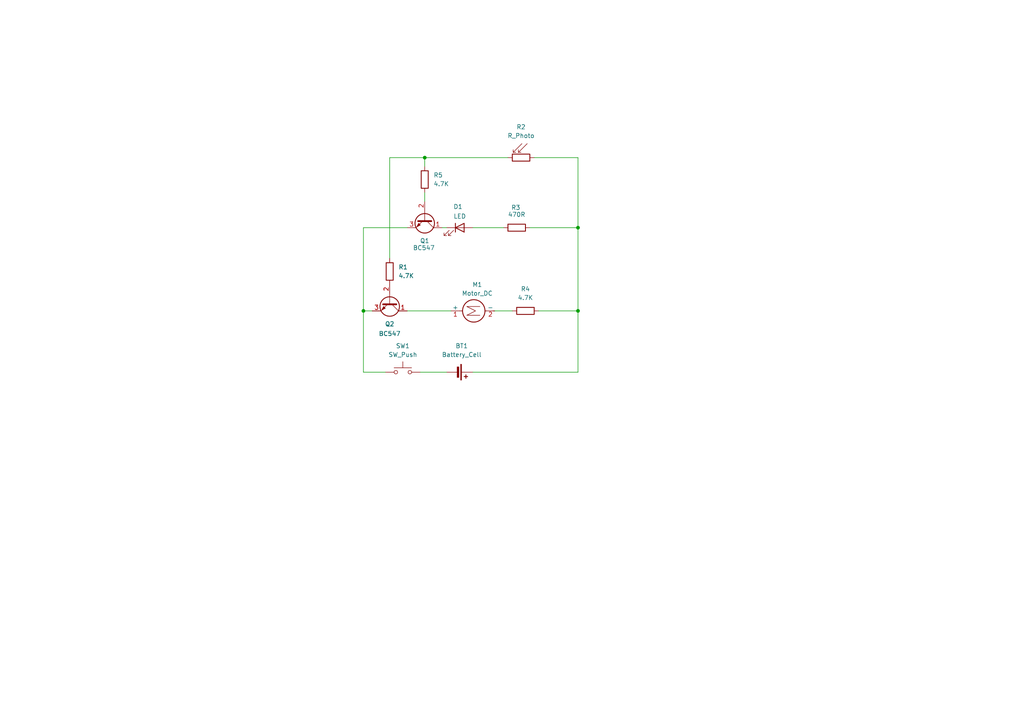
<source format=kicad_sch>
(kicad_sch (version 20250114) (generator "eeschema") (generator_version "9.0")
  (paper "A4")
  (lib_symbols
    (symbol "Device:Battery_Cell" (pin_numbers (hide yes)) (pin_names (offset 0) (hide yes))
      (property "Reference" "BT" (at 2.54 2.54 0))
      (property "Value" "Battery_Cell" (at 2.54 0 0))
      (symbol "Battery_Cell_0_1"
        (rectangle (start -2.286 1.778) (end 2.286 1.524) (fill (type outline)))
        (rectangle (start -1.524 1.016) (end 1.524 0.508) (fill (type outline)))
        (polyline (pts (xy 0 1.778) (xy 0 2.54)))
        (polyline (pts (xy 0 0.762) (xy 0 0)))
        (polyline (pts (xy 0.762 3.048) (xy 1.778 3.048)) (stroke (width 0.254)))
        (polyline (pts (xy 1.27 3.556) (xy 1.27 2.54)) (stroke (width 0.254)))
      )
      (symbol "Battery_Cell_1_1"
        (pin passive line (at 0 5.08 270) (length 2.54) (name "+") (number "1"))
        (pin passive line (at 0 -2.54 90) (length 2.54) (name "-") (number "2"))
      )
    )
    (symbol "Device:LED" (pin_numbers (hide yes)) (pin_names (offset 1.016) (hide yes))
      (property "Reference" "D" (at 0 2.54 0))
      (property "Value" "LED" (at 0 -2.54 0))
      (symbol "LED_0_1"
        (polyline (pts (xy -3.048 -0.762) (xy -4.572 -2.286) (xy -3.81 -2.286) (xy -4.572 -2.286) (xy -4.572 -1.524)))
        (polyline (pts (xy -1.778 -0.762) (xy -3.302 -2.286) (xy -2.54 -2.286) (xy -3.302 -2.286) (xy -3.302 -1.524)))
        (polyline (pts (xy -1.27 0) (xy 1.27 0)))
        (polyline (pts (xy -1.27 -1.27) (xy -1.27 1.27)) (stroke (width 0.254)))
        (polyline (pts (xy 1.27 -1.27) (xy 1.27 1.27) (xy -1.27 0) (xy 1.27 -1.27)) (stroke (width 0.254)))
      )
      (symbol "LED_1_1"
        (pin passive line (at -3.81 0 0) (length 2.54) (name "K") (number "1"))
        (pin passive line (at 3.81 0 180) (length 2.54) (name "A") (number "2"))
      )
    )
    (symbol "Device:R" (pin_numbers (hide yes)) (pin_names (offset 0))
      (property "Reference" "R" (at 2.032 0 90))
      (property "Value" "R" (at 0 0 90))
      (symbol "R_0_1"
        (rectangle (start -1.016 -2.54) (end 1.016 2.54) (stroke (width 0.254)))
      )
      (symbol "R_1_1"
        (pin passive line (at 0 3.81 270) (length 1.27) (name "~") (number "1"))
        (pin passive line (at 0 -3.81 90) (length 1.27) (name "~") (number "2"))
      )
    )
    (symbol "Device:R_Photo" (pin_numbers (hide yes)) (pin_names (offset 0))
      (property "Reference" "R" (at 1.27 1.27 0))
      (property "Value" "R_Photo" (at 1.27 0 0))
      (symbol "R_Photo_0_1"
        (polyline (pts (xy -1.524 -0.762) (xy -4.064 1.778)))
        (polyline (pts (xy -1.524 -0.762) (xy -2.286 -0.762)))
        (polyline (pts (xy -1.524 -0.762) (xy -1.524 0)))
        (polyline (pts (xy -1.524 -2.286) (xy -4.064 0.254)))
        (polyline (pts (xy -1.524 -2.286) (xy -2.286 -2.286)))
        (polyline (pts (xy -1.524 -2.286) (xy -1.524 -1.524)))
        (rectangle (start -1.016 2.54) (end 1.016 -2.54) (stroke (width 0.254)))
      )
      (symbol "R_Photo_1_1"
        (pin passive line (at 0 3.81 270) (length 1.27) (name "~") (number "1"))
        (pin passive line (at 0 -3.81 90) (length 1.27) (name "~") (number "2"))
      )
    )
    (symbol "Motor:Motor_DC" (pin_names (offset 0))
      (property "Reference" "M" (at 2.54 2.54 0))
      (property "Value" "Motor_DC" (at 2.54 -5.08 0))
      (symbol "Motor_DC_0_0"
        (polyline (pts (xy -1.27 -3.302) (xy -1.27 0.508) (xy 0 -2.032) (xy 1.27 0.508) (xy 1.27 -3.302)))
      )
      (symbol "Motor_DC_0_1"
        (polyline (pts (xy 0 2.032) (xy 0 2.54)))
        (polyline (pts (xy 0 1.7272) (xy 0 2.0828)))
        (circle (center 0 -1.524) (radius 3.2512) (stroke (width 0.254)))
        (polyline (pts (xy 0 -4.7752) (xy 0 -5.1816)))
        (polyline (pts (xy 0 -7.62) (xy 0 -7.112)))
      )
      (symbol "Motor_DC_1_1"
        (pin passive line (at 0 5.08 270) (length 2.54) (name "+") (number "1"))
        (pin passive line (at 0 -7.62 90) (length 2.54) (name "-") (number "2"))
      )
    )
    (symbol "Switch:SW_Push" (pin_numbers (hide yes)) (pin_names (offset 1.016) (hide yes))
      (property "Reference" "SW" (at 1.27 2.54 0))
      (property "Value" "SW_Push" (at 0 -1.524 0))
      (symbol "SW_Push_0_1"
        (circle (center -2.032 0) (radius 0.508))
        (polyline (pts (xy 0 1.27) (xy 0 3.048)))
        (circle (center 2.032 0) (radius 0.508))
        (polyline (pts (xy 2.54 1.27) (xy -2.54 1.27)))
        (pin passive line (at -5.08 0 0) (length 2.54) (name "1") (number "1"))
        (pin passive line (at 5.08 0 180) (length 2.54) (name "2") (number "2"))
      )
    )
    (symbol "Transistor_BJT:BC547" (pin_names (offset 0) (hide yes))
      (property "Reference" "Q" (at 5.08 1.905 0))
      (property "Value" "BC547" (at 5.08 0 0))
      (symbol "BC547_0_1"
        (polyline (pts (xy -2.54 0) (xy 0.635 0)))
        (polyline (pts (xy 0.635 1.905) (xy 0.635 -1.905)) (stroke (width 0.508)))
        (circle (center 1.27 0) (radius 2.8194) (stroke (width 0.254)))
      )
      (symbol "BC547_1_1"
        (polyline (pts (xy 0.635 0.635) (xy 2.54 2.54)))
        (polyline (pts (xy 0.635 -0.635) (xy 2.54 -2.54)))
        (polyline (pts (xy 1.27 -1.778) (xy 1.778 -1.27) (xy 2.286 -2.286) (xy 1.27 -1.778)) (fill (type outline)))
        (pin input line (at -5.08 0 0) (length 2.54) (name "B") (number "2"))
        (pin passive line (at 2.54 5.08 270) (length 2.54) (name "C") (number "1"))
        (pin passive line (at 2.54 -5.08 90) (length 2.54) (name "E") (number "3"))
      )
    )
  )
  (junction (at 167.64 66.04))
  (junction (at 105.41 90.17))
  (junction (at 167.64 90.17))
  (junction (at 123.19 45.72))
  (wire (pts (xy 154.94 45.72) (xy 167.64 45.72)))
  (wire (pts (xy 123.19 45.72) (xy 123.19 48.26)))
  (wire (pts (xy 167.64 45.72) (xy 167.64 66.04)))
  (wire (pts (xy 137.16 66.04) (xy 146.05 66.04)))
  (wire (pts (xy 113.03 74.93) (xy 113.03 45.72)))
  (wire (pts (xy 113.03 45.72) (xy 123.19 45.72)))
  (wire (pts (xy 123.19 45.72) (xy 147.32 45.72)))
  (wire (pts (xy 105.41 90.17) (xy 105.41 107.95)))
  (wire (pts (xy 153.67 66.04) (xy 167.64 66.04)))
  (wire (pts (xy 156.21 90.17) (xy 167.64 90.17)))
  (wire (pts (xy 123.19 55.88) (xy 123.19 58.42)))
  (wire (pts (xy 105.41 90.17) (xy 107.95 90.17)))
  (wire (pts (xy 167.64 66.04) (xy 167.64 90.17)))
  (wire (pts (xy 105.41 66.04) (xy 118.11 66.04)))
  (wire (pts (xy 137.16 107.95) (xy 167.64 107.95)))
  (wire (pts (xy 111.76 107.95) (xy 105.41 107.95)))
  (wire (pts (xy 167.64 90.17) (xy 167.64 107.95)))
  (wire (pts (xy 143.51 90.17) (xy 148.59 90.17)))
  (wire (pts (xy 105.41 66.04) (xy 105.41 90.17)))
  (wire (pts (xy 129.54 66.04) (xy 128.27 66.04)))
  (wire (pts (xy 121.92 107.95) (xy 129.54 107.95)))
  (wire (pts (xy 118.11 90.17) (xy 130.81 90.17)))
  (symbol (lib_id "Transistor_BJT:BC547") (at 123.19 63.5 270) (unit 1)
    (property "Reference" "Q1" (at 123.19 69.85 90))
    (property "Value" "BC547" (at 122.936 71.882 90))
    (property "Footprint" "Package_TO_SOT_THT:TO-92_Inline" (effects (hide yes)))
    (property "Datasheet" "https://www.onsemi.com/pub/Collateral/BC550-D.pdf" (effects (hide yes)))
    (property "Description" "0.1A Ic, 45V Vce, Small Signal NPN Transistor, TO-92" (effects (hide yes)))
  )
  (symbol (lib_id "Device:R") (at 152.4 90.17 90) (unit 1)
    (property "Reference" "R4" (at 152.4 83.82 90))
    (property "Value" "4.7K" (at 152.4 86.36 90))
    (property "Footprint" "Resistor_THT:R_Axial_DIN0207_L6.3mm_D2.5mm_P7.62mm_Horizontal" (effects (hide yes)))
    (property "Description" "Resistor" (effects (hide yes)))
  )
  (symbol (lib_id "Device:Battery_Cell") (at 132.08 107.95 270) (unit 1)
    (property "Reference" "BT1" (at 133.9215 100.33 90))
    (property "Value" "Battery_Cell" (at 133.9215 102.87 90))
    (property "Footprint" "Battery:BatteryHolder_Keystone_3034_1x20mm" (effects (hide yes)))
    (property "Description" "Single-cell battery" (effects (hide yes)))
  )
  (symbol (lib_id "Device:R") (at 123.19 52.07 0) (unit 1)
    (property "Reference" "R5" (at 125.73 50.7999 0) (effects (justify left)))
    (property "Value" "4.7K" (at 125.73 53.3399 0) (effects (justify left)))
    (property "Footprint" "Resistor_THT:R_Axial_DIN0207_L6.3mm_D2.5mm_P7.62mm_Horizontal" (effects (hide yes)))
    (property "Description" "Resistor" (effects (hide yes)))
  )
  (symbol (lib_id "Switch:SW_Push") (at 116.84 107.95 0) (unit 1)
    (property "Reference" "SW1" (at 116.84 100.33 0))
    (property "Value" "SW_Push" (at 116.84 102.87 0))
    (property "Footprint" "Button_Switch_THT:SW_PUSH_6mm" (effects (hide yes)))
    (property "Description" "Push button switch, generic, two pins" (effects (hide yes)))
  )
  (symbol (lib_id "Device:R") (at 113.03 78.74 0) (unit 1)
    (property "Reference" "R1" (at 115.57 77.4699 0) (effects (justify left)))
    (property "Value" "4.7K" (at 115.57 80.0099 0) (effects (justify left)))
    (property "Footprint" "Resistor_THT:R_Axial_DIN0207_L6.3mm_D2.5mm_P7.62mm_Horizontal" (effects (hide yes)))
    (property "Description" "Resistor" (effects (hide yes)))
  )
  (symbol (lib_id "Device:R") (at 149.86 66.04 90) (unit 1)
    (property "Reference" "R3" (at 149.606 60.198 90))
    (property "Value" "470R" (at 149.86 62.23 90))
    (property "Footprint" "Resistor_THT:R_Axial_DIN0207_L6.3mm_D2.5mm_P7.62mm_Horizontal" (effects (hide yes)))
    (property "Description" "Resistor" (effects (hide yes)))
  )
  (symbol (lib_id "Transistor_BJT:BC547") (at 113.03 87.63 270) (unit 1)
    (property "Reference" "Q2" (at 113.03 93.98 90))
    (property "Value" "BC547" (at 113.03 96.774 90))
    (property "Footprint" "Package_TO_SOT_THT:TO-92_Inline" (effects (hide yes)))
    (property "Datasheet" "https://www.onsemi.com/pub/Collateral/BC550-D.pdf" (effects (hide yes)))
    (property "Description" "0.1A Ic, 45V Vce, Small Signal NPN Transistor, TO-92" (effects (hide yes)))
  )
  (symbol (lib_id "Device:LED") (at 133.35 66.04 0) (unit 1)
    (property "Reference" "D1" (at 132.842 59.944 0))
    (property "Value" "LED" (at 133.35 62.738 0))
    (property "Footprint" "LED_THT:LED_D5.0mm" (effects (hide yes)))
    (property "Description" "Light emitting diode" (effects (hide yes)))
    (property "Sim.Pins" "1=K 2=A" (effects (hide yes)))
  )
  (symbol (lib_id "Motor:Motor_DC") (at 135.89 90.17 90) (unit 1)
    (property "Reference" "M1" (at 138.43 82.55 90))
    (property "Value" "Motor_DC" (at 138.43 85.09 90))
    (property "Footprint" "Connector_PinHeader_1.00mm:PinHeader_2x01_P1.00mm_Horizontal" (effects (hide yes)))
    (property "Description" "DC Motor" (effects (hide yes)))
  )
  (symbol (lib_id "Device:R_Photo") (at 151.13 45.72 270) (unit 1)
    (property "Reference" "R2" (at 151.13 36.83 90))
    (property "Value" "R_Photo" (at 151.13 39.37 90))
    (property "Footprint" "OptoDevice:R_LDR_5.1x4.3mm_P3.4mm_Vertical" (effects (hide yes)))
    (property "Description" "Photoresistor" (effects (hide yes)))
  )
)
</source>
